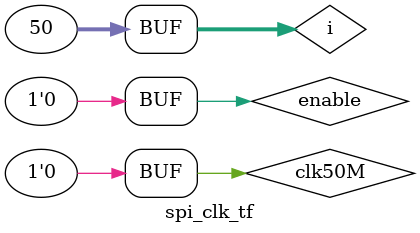
<source format=v>
`timescale 1ns / 1ps


module spi_clk_tf;

	// Inputs
	reg clk50M;
	reg enable;

	// Outputs
	wire clk;
	wire sck;

	// Instantiate the Unit Under Test (UUT)
	spi_clk uut (
		.clk50M(clk50M), 
		.enable(enable), 
		.clk(clk), 
		.sck(sck)
	);
    
    integer i=0;
    
	initial begin
		// Initialize Inputs
		clk50M = 0;
		enable = 0;
        
		// Add stimulus here
        for(i=0; i<50; i = i+1) begin
            #1 clk50M=1; #1 clk50M=0;
        end
        #1 enable = 1;
        for(i=0; i<60; i = i+1) begin
            #1 clk50M=1; #1 clk50M=0;
        end
        enable = 0;
        for(i=0; i<50; i = i+1) begin
            #1 clk50M=1; #1 clk50M=0;
        end

	end
      
endmodule


</source>
